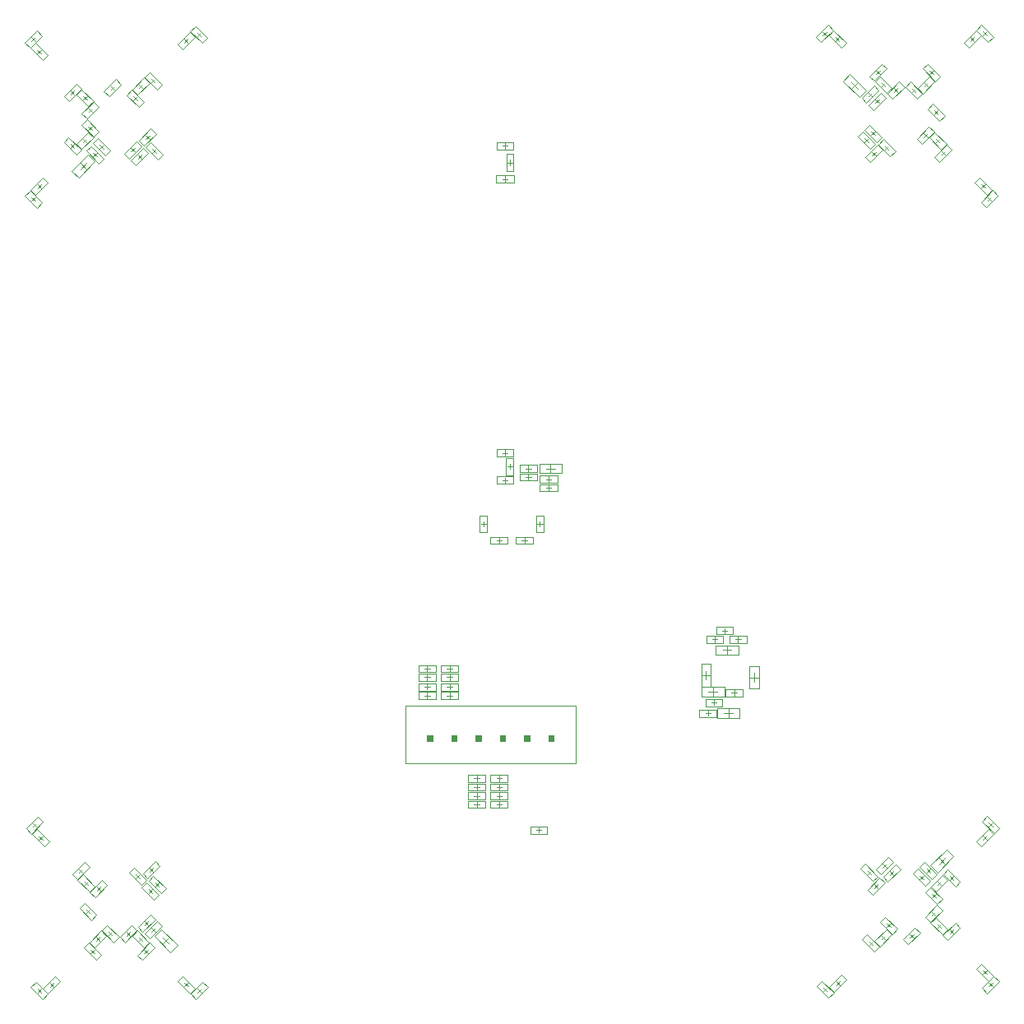
<source format=gbr>
G04*
G04 #@! TF.GenerationSoftware,Altium Limited,Altium Designer,25.0.2 (28)*
G04*
G04 Layer_Color=32768*
%FSLAX24Y24*%
%MOIN*%
G70*
G04*
G04 #@! TF.SameCoordinates,4B7BC283-7035-4C9F-97D5-5998C8FB6373*
G04*
G04*
G04 #@! TF.FilePolarity,Positive*
G04*
G01*
G75*
%ADD11C,0.0039*%
%ADD111C,0.0020*%
G36*
X36157Y30295D02*
X35906D01*
Y30043D01*
X36157D01*
Y30295D01*
D01*
D02*
G37*
G36*
X37142D02*
X36890D01*
Y30043D01*
X37142D01*
Y30295D01*
D01*
D02*
G37*
G36*
X38126D02*
X37874D01*
Y30043D01*
X38126D01*
Y30295D01*
D01*
D02*
G37*
G36*
X39110D02*
X38858D01*
Y30043D01*
X39110D01*
Y30295D01*
D01*
D02*
G37*
G36*
X40095D02*
X39843D01*
Y30043D01*
X40095D01*
Y30295D01*
D01*
D02*
G37*
G36*
X41913Y29165D02*
X41914Y29175D01*
X41927Y29189D01*
X41947Y29188D01*
X41960Y29175D01*
X41961Y29165D01*
X41961Y29165D01*
X41960Y29156D01*
X41947Y29142D01*
X41927Y29142D01*
X41914Y29156D01*
X41913Y29165D01*
Y29165D01*
X41913D01*
D02*
G37*
G36*
X41079Y30295D02*
X40827D01*
Y30043D01*
X41079D01*
Y30295D01*
D01*
D02*
G37*
D11*
X38722Y40497D02*
X39411D01*
X38722Y40792D02*
X39411D01*
Y40497D02*
Y40792D01*
X38722Y40497D02*
Y40792D01*
X38959Y40645D02*
X39175D01*
X39067Y40536D02*
Y40753D01*
X38722Y41599D02*
X39411D01*
X38722Y41895D02*
X39411D01*
Y41599D02*
Y41895D01*
X38722Y41599D02*
Y41895D01*
X38959Y41747D02*
X39175D01*
X39067Y41639D02*
Y41855D01*
X24231Y54403D02*
X24718Y54890D01*
X24440Y54194D02*
X24927Y54682D01*
X24231Y54403D02*
X24440Y54194D01*
X24718Y54890D02*
X24927Y54682D01*
X24502Y54466D02*
X24655Y54619D01*
X24502D02*
X24655Y54466D01*
X38348Y38529D02*
Y39218D01*
X38053Y38529D02*
Y39218D01*
X38348D01*
X38053Y38529D02*
X38348D01*
X38201Y38765D02*
Y38981D01*
X38093Y38873D02*
X38309D01*
X23837Y24721D02*
X24324Y24234D01*
X24046Y24930D02*
X24533Y24443D01*
X24324Y24234D02*
X24533Y24443D01*
X23837Y24721D02*
X24046Y24930D01*
X24108Y24658D02*
X24262Y24505D01*
X24108Y24505D02*
X24262Y24658D01*
X38486Y38056D02*
X39175D01*
X38486Y38351D02*
X39175D01*
Y38056D02*
Y38351D01*
X38486Y38056D02*
Y38351D01*
X38722Y38204D02*
X38939D01*
X38831Y38096D02*
Y38312D01*
X53967Y23840D02*
X54454Y24327D01*
X53758Y24049D02*
X54245Y24536D01*
X54454Y24327D01*
X53758Y24049D02*
X53967Y23840D01*
X54030Y24112D02*
X54183Y24265D01*
X54030D02*
X54183Y24112D01*
X39510Y38351D02*
X40199D01*
X39510Y38056D02*
X40199D01*
X39510D02*
Y38351D01*
X40199Y38056D02*
Y38351D01*
X39746Y38204D02*
X39963D01*
X39854Y38096D02*
Y38312D01*
X54400Y54457D02*
X54887Y53970D01*
X54191Y54249D02*
X54679Y53761D01*
X54191Y54249D02*
X54400Y54457D01*
X54679Y53761D02*
X54887Y53970D01*
X54463Y54186D02*
X54616Y54033D01*
X54463Y54033D02*
X54616Y54186D01*
X40632Y38529D02*
Y39218D01*
X40337Y38529D02*
Y39218D01*
X40632D01*
X40337Y38529D02*
X40632D01*
X40484Y38765D02*
Y38981D01*
X40376Y38873D02*
X40593D01*
X23026Y56193D02*
X23513Y56680D01*
X22817Y56402D02*
X23305Y56889D01*
X23513Y56680D01*
X22817Y56402D02*
X23026Y56193D01*
X23089Y56464D02*
X23242Y56617D01*
X23089D02*
X23242Y56464D01*
X22029Y23513D02*
X22516Y23026D01*
X21820Y23305D02*
X22307Y22817D01*
X21820Y23305D02*
X22029Y23513D01*
X22307Y22817D02*
X22516Y23026D01*
X22091Y23242D02*
X22244Y23089D01*
X22091Y23089D02*
X22244Y23242D01*
X55195Y22029D02*
X55682Y22516D01*
X55404Y21820D02*
X55891Y22307D01*
X55195Y22029D02*
X55404Y21820D01*
X55682Y22516D02*
X55891Y22307D01*
X55467Y22091D02*
X55620Y22244D01*
X55467D02*
X55620Y22091D01*
X56193Y55682D02*
X56680Y55195D01*
X56402Y55891D02*
X56889Y55404D01*
X56680Y55195D02*
X56889Y55404D01*
X56193Y55682D02*
X56402Y55891D01*
X56464Y55620D02*
X56617Y55467D01*
X56464Y55467D02*
X56617Y55620D01*
X23948Y56460D02*
X24436Y55972D01*
X23740Y56251D02*
X24227Y55764D01*
X23740Y56251D02*
X23948Y56460D01*
X24227Y55764D02*
X24436Y55972D01*
X24011Y56188D02*
X24164Y56035D01*
X24011Y56035D02*
X24164Y56188D01*
X22127Y55288D02*
X22614Y55775D01*
X21918Y55497D02*
X22405Y55984D01*
X22614Y55775D01*
X21918Y55497D02*
X22127Y55288D01*
X22189Y55560D02*
X22342Y55713D01*
X22189D02*
X22342Y55560D01*
X21915Y55045D02*
X22402Y54558D01*
X22124Y55254D02*
X22611Y54767D01*
X22402Y54558D02*
X22611Y54767D01*
X21915Y55045D02*
X22124Y55254D01*
X22186Y54983D02*
X22340Y54829D01*
X22186Y54830D02*
X22340Y54983D01*
X22249Y23948D02*
X22736Y24436D01*
X22458Y23740D02*
X22945Y24227D01*
X22249Y23948D02*
X22458Y23740D01*
X22736Y24436D02*
X22945Y24227D01*
X22521Y24011D02*
X22674Y24164D01*
X22521D02*
X22674Y24011D01*
X22933Y22614D02*
X23421Y22127D01*
X22725Y22405D02*
X23212Y21918D01*
X22725Y22405D02*
X22933Y22614D01*
X23212Y21918D02*
X23421Y22127D01*
X22996Y22342D02*
X23149Y22189D01*
X22996Y22189D02*
X23149Y22342D01*
X23663Y21915D02*
X24151Y22402D01*
X23455Y22124D02*
X23942Y22611D01*
X24151Y22402D01*
X23455Y22124D02*
X23663Y21915D01*
X23726Y22186D02*
X23879Y22340D01*
X23726D02*
X23879Y22186D01*
X54273Y22736D02*
X54760Y22249D01*
X54482Y22945D02*
X54969Y22458D01*
X54760Y22249D02*
X54969Y22458D01*
X54273Y22736D02*
X54482Y22945D01*
X54544Y22674D02*
X54698Y22521D01*
X54544Y22521D02*
X54698Y22674D01*
X56095Y22933D02*
X56582Y23421D01*
X56304Y22725D02*
X56791Y23212D01*
X56095Y22933D02*
X56304Y22725D01*
X56582Y23421D02*
X56791Y23212D01*
X56366Y22996D02*
X56519Y23149D01*
X56366D02*
X56519Y22996D01*
X56306Y24151D02*
X56794Y23663D01*
X56098Y23942D02*
X56585Y23455D01*
X56098Y23942D02*
X56306Y24151D01*
X56585Y23455D02*
X56794Y23663D01*
X56369Y23879D02*
X56522Y23726D01*
X56369Y23726D02*
X56522Y23879D01*
X55972Y54273D02*
X56460Y54760D01*
X55764Y54482D02*
X56251Y54969D01*
X56460Y54760D01*
X55764Y54482D02*
X55972Y54273D01*
X56035Y54544D02*
X56188Y54698D01*
X56035D02*
X56188Y54544D01*
X55288Y56582D02*
X55775Y56095D01*
X55497Y56791D02*
X55984Y56304D01*
X55775Y56095D02*
X55984Y56304D01*
X55288Y56582D02*
X55497Y56791D01*
X55560Y56519D02*
X55713Y56366D01*
X55560Y56366D02*
X55713Y56519D01*
X54558Y56306D02*
X55045Y56794D01*
X54767Y56098D02*
X55254Y56585D01*
X54558Y56306D02*
X54767Y56098D01*
X55045Y56794D02*
X55254Y56585D01*
X54829Y56369D02*
X54983Y56522D01*
X54830D02*
X54983Y56369D01*
X38713Y52712D02*
Y52987D01*
X39421Y52712D02*
Y52987D01*
X38713D02*
X39421D01*
X38713Y52712D02*
X39421D01*
X38959Y52849D02*
X39175D01*
X39067Y52741D02*
Y52958D01*
Y54080D02*
Y54296D01*
X38959Y54188D02*
X39175D01*
X39411Y54040D02*
Y54336D01*
X38722Y54040D02*
Y54336D01*
Y54040D02*
X39411D01*
X38722Y54336D02*
X39411D01*
X35917Y31804D02*
Y32021D01*
X35809Y31912D02*
X36026D01*
X35573Y31765D02*
Y32060D01*
X36262Y31765D02*
Y32060D01*
X35573Y31765D02*
X36262D01*
X35573Y32060D02*
X36262D01*
X36823Y31804D02*
Y32021D01*
X36715Y31912D02*
X36931D01*
X37167Y31765D02*
Y32060D01*
X36478Y31765D02*
Y32060D01*
X37167D01*
X36478Y31765D02*
X37167D01*
X37925Y28450D02*
Y28666D01*
X37817Y28558D02*
X38033D01*
X37581Y28410D02*
Y28706D01*
X38270Y28410D02*
Y28706D01*
X37581Y28410D02*
X38270D01*
X37581Y28706D02*
X38270D01*
X38831Y28450D02*
Y28666D01*
X38722Y28558D02*
X38939D01*
X39175Y28410D02*
Y28706D01*
X38486Y28410D02*
Y28706D01*
X39175D01*
X38486Y28410D02*
X39175D01*
X26590Y58628D02*
X26743Y58781D01*
X26590Y58781D02*
X26743Y58628D01*
X26319Y58844D02*
X26528Y59053D01*
X26806Y58357D02*
X27015Y58565D01*
X26528Y59053D02*
X27015Y58565D01*
X26319Y58844D02*
X26806Y58357D01*
X19886Y58587D02*
X20039Y58434D01*
X19886D02*
X20039Y58587D01*
X19614Y58371D02*
X19823Y58163D01*
X20101Y58858D02*
X20310Y58650D01*
X19614Y58371D02*
X20101Y58858D01*
X19823Y58163D02*
X20310Y58650D01*
X19883Y51955D02*
X20036Y52108D01*
X19883Y52108D02*
X20036Y51955D01*
X19611Y52171D02*
X19820Y52380D01*
X20099Y51684D02*
X20307Y51892D01*
X19820Y52380D02*
X20307Y51892D01*
X19611Y52171D02*
X20099Y51684D01*
X19928Y26743D02*
X20081Y26590D01*
X19928D02*
X20081Y26743D01*
X19656Y26528D02*
X19865Y26319D01*
X20143Y27015D02*
X20352Y26806D01*
X19656Y26528D02*
X20143Y27015D01*
X19865Y26319D02*
X20352Y26806D01*
X20122Y19886D02*
X20275Y20039D01*
X20122Y20039D02*
X20275Y19886D01*
X20337Y19614D02*
X20546Y19823D01*
X19850Y20101D02*
X20059Y20310D01*
X19850Y20101D02*
X20337Y19614D01*
X20059Y20310D02*
X20546Y19823D01*
X26600Y20036D02*
X26754Y19883D01*
X26600D02*
X26754Y20036D01*
X26329Y19820D02*
X26538Y19611D01*
X26816Y20307D02*
X27025Y20099D01*
X26329Y19820D02*
X26816Y20307D01*
X26538Y19611D02*
X27025Y20099D01*
X51965Y19928D02*
X52118Y20081D01*
X51965Y20081D02*
X52118Y19928D01*
X52181Y19656D02*
X52390Y19865D01*
X51694Y20143D02*
X51903Y20352D01*
X51694Y20143D02*
X52181Y19656D01*
X51903Y20352D02*
X52390Y19865D01*
X58670Y20275D02*
X58823Y20122D01*
X58670D02*
X58823Y20275D01*
X58886Y20546D02*
X59095Y20337D01*
X58399Y20059D02*
X58607Y19850D01*
X59095Y20337D01*
X58399Y20059D02*
X58886Y20546D01*
X58673Y26600D02*
X58826Y26754D01*
X58673Y26754D02*
X58826Y26600D01*
X58889Y26329D02*
X59097Y26538D01*
X58401Y26816D02*
X58610Y27025D01*
X58401Y26816D02*
X58889Y26329D01*
X58610Y27025D02*
X59097Y26538D01*
X58628Y52118D02*
X58781Y51965D01*
X58628D02*
X58781Y52118D01*
X58844Y52390D02*
X59053Y52181D01*
X58357Y51903D02*
X58565Y51694D01*
X59053Y52181D01*
X58357Y51903D02*
X58844Y52390D01*
X58434Y58670D02*
X58587Y58823D01*
X58434Y58823D02*
X58587Y58670D01*
X58163Y58886D02*
X58371Y59095D01*
X58650Y58399D02*
X58858Y58607D01*
X58371Y59095D02*
X58858Y58607D01*
X58163Y58886D02*
X58650Y58399D01*
X51948Y58819D02*
X52101Y58666D01*
X51948D02*
X52101Y58819D01*
X52164Y59090D02*
X52373Y58882D01*
X51677Y58603D02*
X51886Y58394D01*
X52373Y58882D01*
X51677Y58603D02*
X52164Y59090D01*
X23640Y53877D02*
X24141Y54379D01*
X23835Y53683D02*
X24336Y54184D01*
X24141Y54379D02*
X24336Y54184D01*
X23640Y53877D02*
X23835Y53683D01*
X23912Y53954D02*
X24065Y54107D01*
X23912D02*
X24065Y53954D01*
X22380Y54302D02*
X22881Y53801D01*
X22575Y54497D02*
X23076Y53996D01*
X22380Y54302D02*
X22575Y54497D01*
X22881Y53801D02*
X23076Y53996D01*
X22652Y54225D02*
X22805Y54072D01*
X22652Y54072D02*
X22805Y54225D01*
X24349Y24144D02*
X24850Y23643D01*
X24544Y24339D02*
X25045Y23838D01*
X24349Y24144D02*
X24544Y24339D01*
X24850Y23643D02*
X25045Y23838D01*
X24620Y24068D02*
X24773Y23915D01*
X24620Y23915D02*
X24773Y24068D01*
X24386Y22344D02*
X24887Y22845D01*
X24191Y22539D02*
X24692Y23040D01*
X24191Y22539D02*
X24386Y22344D01*
X24692Y23040D02*
X24887Y22845D01*
X24463Y22615D02*
X24616Y22769D01*
X24463Y22769D02*
X24616Y22615D01*
X39657Y40625D02*
X40366D01*
X39657Y40901D02*
X40366D01*
X39657Y40625D02*
Y40901D01*
X40366Y40625D02*
Y40901D01*
X39904Y40763D02*
X40120D01*
X40012Y40655D02*
Y40871D01*
X40484Y40192D02*
X41193D01*
X40484Y40468D02*
X41193D01*
X40484Y40192D02*
Y40468D01*
X41193Y40192D02*
Y40468D01*
X40730Y40330D02*
X40947D01*
X40839Y40222D02*
Y40438D01*
X54586Y24372D02*
X55087Y24874D01*
X54391Y24567D02*
X54892Y25068D01*
X54391Y24567D02*
X54586Y24372D01*
X54892Y25068D02*
X55087Y24874D01*
X54663Y24644D02*
X54816Y24797D01*
X54663Y24797D02*
X54816Y24644D01*
X55804Y24890D02*
X56305Y24389D01*
X55609Y24696D02*
X56110Y24194D01*
X56305Y24389D01*
X55609Y24696D02*
X55804Y24890D01*
X55880Y24619D02*
X56033Y24466D01*
X55880D02*
X56033Y24619D01*
X53835Y55048D02*
X54336Y54547D01*
X53640Y54853D02*
X54141Y54352D01*
X54336Y54547D01*
X53640Y54853D02*
X53835Y55048D01*
X53912Y54776D02*
X54065Y54623D01*
X53912D02*
X54065Y54776D01*
X53798Y55846D02*
X54299Y56347D01*
X53993Y55651D02*
X54494Y56152D01*
X54299Y56347D02*
X54494Y56152D01*
X53798Y55846D02*
X53993Y55651D01*
X54069Y55923D02*
X54222Y56076D01*
X54069D02*
X54222Y55923D01*
X54106Y57246D02*
X54259Y57093D01*
X54106D02*
X54259Y57246D01*
X53834Y57016D02*
X54335Y57517D01*
X54029Y56821D02*
X54530Y57323D01*
X53834Y57016D02*
X54029Y56821D01*
X54335Y57517D02*
X54530Y57323D01*
X57855Y58174D02*
X58356Y58675D01*
X57660Y58369D02*
X58161Y58870D01*
X58356Y58675D01*
X57660Y58369D02*
X57855Y58174D01*
X57932Y58445D02*
X58085Y58598D01*
X57932D02*
X58085Y58445D01*
X56283Y57090D02*
X56437Y57243D01*
X56283D02*
X56437Y57090D01*
X56012Y57320D02*
X56513Y56819D01*
X56207Y57515D02*
X56708Y57014D01*
X56513Y56819D02*
X56708Y57014D01*
X56012Y57320D02*
X56207Y57515D01*
X56756Y53977D02*
X56909Y53824D01*
X56756D02*
X56909Y53977D01*
X56679Y53552D02*
X57180Y54053D01*
X56484Y53747D02*
X56986Y54248D01*
X57180Y54053D01*
X56484Y53747D02*
X56679Y53552D01*
X58104Y52719D02*
X58605Y52218D01*
X58299Y52914D02*
X58800Y52413D01*
X58605Y52218D02*
X58800Y52413D01*
X58104Y52719D02*
X58299Y52914D01*
X58375Y52643D02*
X58528Y52489D01*
X58375D02*
X58528Y52643D01*
X58359Y25815D02*
X58860Y26316D01*
X58164Y26010D02*
X58665Y26511D01*
X58860Y26316D01*
X58164Y26010D02*
X58359Y25815D01*
X58435Y26086D02*
X58588Y26239D01*
X58435D02*
X58588Y26086D01*
X57093Y24450D02*
X57246Y24603D01*
X57093D02*
X57246Y24450D01*
X57016Y24874D02*
X57517Y24373D01*
X56821Y24680D02*
X57323Y24178D01*
X56821Y24680D02*
X57016Y24874D01*
X57323Y24178D02*
X57517Y24373D01*
X57090Y22425D02*
X57243Y22272D01*
X57090D02*
X57243Y22425D01*
X56819Y22196D02*
X57320Y22697D01*
X57014Y22001D02*
X57515Y22502D01*
X56819Y22196D02*
X57014Y22001D01*
X57320Y22697D02*
X57515Y22502D01*
X58174Y20853D02*
X58675Y20352D01*
X58369Y21048D02*
X58870Y20547D01*
X58675Y20352D02*
X58870Y20547D01*
X58174Y20853D02*
X58369Y21048D01*
X58445Y20777D02*
X58598Y20624D01*
X58445D02*
X58598Y20777D01*
X53824Y21800D02*
X53977Y21953D01*
X53824D02*
X53977Y21800D01*
X53552Y22029D02*
X54053Y21528D01*
X53747Y22224D02*
X54248Y21723D01*
X54053Y21528D02*
X54248Y21723D01*
X53552Y22029D02*
X53747Y22224D01*
X52218Y20104D02*
X52719Y20605D01*
X52413Y19909D02*
X52914Y20410D01*
X52218Y20104D02*
X52413Y19909D01*
X52719Y20605D02*
X52914Y20410D01*
X52489Y20180D02*
X52643Y20333D01*
X52489Y20333D02*
X52643Y20180D01*
X24450Y21616D02*
X24603Y21463D01*
X24450D02*
X24603Y21616D01*
X24373Y21191D02*
X24874Y21692D01*
X24178Y21386D02*
X24680Y21887D01*
X24874Y21692D01*
X24178Y21386D02*
X24373Y21191D01*
X25815Y20350D02*
X26316Y19849D01*
X26010Y20545D02*
X26511Y20044D01*
X26316Y19849D02*
X26511Y20044D01*
X25815Y20350D02*
X26010Y20545D01*
X26086Y20273D02*
X26239Y20120D01*
X26086D02*
X26239Y20273D01*
X20352Y20034D02*
X20853Y20535D01*
X20547Y19839D02*
X21048Y20340D01*
X20352Y20034D02*
X20547Y19839D01*
X20853Y20535D02*
X21048Y20340D01*
X20624Y20110D02*
X20777Y20263D01*
X20624Y20263D02*
X20777Y20110D01*
X22272Y21465D02*
X22425Y21619D01*
X22272D02*
X22425Y21465D01*
X22196Y21890D02*
X22697Y21389D01*
X22001Y21695D02*
X22502Y21194D01*
X22001Y21695D02*
X22196Y21890D01*
X22502Y21194D02*
X22697Y21389D01*
X21800Y24885D02*
X21953Y24732D01*
X21800D02*
X21953Y24885D01*
X21528Y24655D02*
X22029Y25157D01*
X21723Y24461D02*
X22224Y24962D01*
X21528Y24655D02*
X21723Y24461D01*
X22029Y25157D02*
X22224Y24962D01*
X20104Y26491D02*
X20605Y25990D01*
X19909Y26296D02*
X20410Y25795D01*
X19909Y26296D02*
X20104Y26491D01*
X20410Y25795D02*
X20605Y25990D01*
X20180Y26219D02*
X20333Y26066D01*
X20180Y26066D02*
X20333Y26219D01*
X19849Y52393D02*
X20350Y52894D01*
X20044Y52198D02*
X20545Y52699D01*
X19849Y52393D02*
X20044Y52198D01*
X20350Y52894D02*
X20545Y52699D01*
X20120Y52469D02*
X20273Y52622D01*
X20120Y52622D02*
X20273Y52469D01*
X21463Y54106D02*
X21616Y54259D01*
X21463D02*
X21616Y54106D01*
X21191Y54335D02*
X21692Y53834D01*
X21386Y54530D02*
X21887Y54029D01*
X21692Y53834D02*
X21887Y54029D01*
X21191Y54335D02*
X21386Y54530D01*
X20034Y58356D02*
X20535Y57855D01*
X19839Y58161D02*
X20340Y57660D01*
X19839Y58161D02*
X20034Y58356D01*
X20340Y57660D02*
X20535Y57855D01*
X20110Y58085D02*
X20263Y57932D01*
X20110Y57932D02*
X20263Y58085D01*
X21465Y56437D02*
X21619Y56283D01*
X21465D02*
X21619Y56437D01*
X21389Y56012D02*
X21890Y56513D01*
X21194Y56207D02*
X21695Y56708D01*
X21890Y56513D01*
X21194Y56207D02*
X21389Y56012D01*
X24732Y56756D02*
X24885Y56909D01*
X24732D02*
X24885Y56756D01*
X24655Y57180D02*
X25157Y56679D01*
X24461Y56986D02*
X24962Y56484D01*
X24461Y56986D02*
X24655Y57180D01*
X24962Y56484D02*
X25157Y56679D01*
X25990Y58104D02*
X26491Y58605D01*
X25795Y58299D02*
X26296Y58800D01*
X26491Y58605D01*
X25795Y58299D02*
X25990Y58104D01*
X26066Y58375D02*
X26219Y58528D01*
X26066D02*
X26219Y58375D01*
X52386Y58870D02*
X52887Y58368D01*
X52191Y58675D02*
X52692Y58174D01*
X52191Y58675D02*
X52386Y58870D01*
X52692Y58174D02*
X52887Y58368D01*
X52463Y58598D02*
X52616Y58445D01*
X52463Y58445D02*
X52616Y58598D01*
X48585Y30999D02*
Y31393D01*
X47659Y30999D02*
Y31393D01*
X48585D01*
X47659Y30999D02*
X48585D01*
X48122Y31019D02*
Y31373D01*
X47945Y31196D02*
X48299D01*
X38831Y27387D02*
Y27603D01*
X38722Y27495D02*
X38939D01*
X39185Y27357D02*
Y27633D01*
X38476Y27357D02*
Y27633D01*
X39185D01*
X38476Y27357D02*
X39185D01*
X40740Y41117D02*
X41094D01*
X40917Y40940D02*
Y41294D01*
X40455Y40920D02*
X41380D01*
X40455Y41314D02*
X41380D01*
X40455Y40920D02*
Y41314D01*
X41380Y40920D02*
Y41314D01*
X40839Y40576D02*
Y40792D01*
X40730Y40684D02*
X40947D01*
X41193Y40546D02*
Y40822D01*
X40484Y40546D02*
Y40822D01*
X41193D01*
X40484Y40546D02*
X41193D01*
X40012Y41009D02*
Y41225D01*
X39904Y41117D02*
X40120D01*
X40366Y40979D02*
Y41255D01*
X39657Y40979D02*
Y41255D01*
X40366D01*
X39657Y40979D02*
X40366D01*
X53115Y56754D02*
X53365Y56504D01*
X53115D02*
X53365Y56754D01*
X53052Y57095D02*
X53706Y56441D01*
X52774Y56817D02*
X53428Y56163D01*
X53706Y56441D01*
X52774Y56817D02*
X53052Y57095D01*
X53794Y56351D02*
X53947Y56198D01*
X53794Y56198D02*
X53947Y56351D01*
X53522Y56122D02*
X53717Y55927D01*
X54023Y56623D02*
X54218Y56428D01*
X53717Y55927D02*
X54218Y56428D01*
X53522Y56122D02*
X54023Y56623D01*
X53636Y54348D02*
X53789Y54501D01*
X53636Y54501D02*
X53789Y54348D01*
X53365Y54577D02*
X53559Y54772D01*
X53866Y54076D02*
X54061Y54271D01*
X53365Y54577D02*
X53866Y54076D01*
X53559Y54772D02*
X54061Y54271D01*
X54266Y57016D02*
X54753Y56529D01*
X54057Y56808D02*
X54544Y56320D01*
X54057Y56808D02*
X54266Y57016D01*
X54544Y56320D02*
X54753Y56529D01*
X54328Y56745D02*
X54482Y56592D01*
X54328Y56592D02*
X54482Y56745D01*
X55998Y56318D02*
X56485Y56805D01*
X55789Y56526D02*
X56276Y57014D01*
X56485Y56805D01*
X55789Y56526D02*
X55998Y56318D01*
X56061Y56589D02*
X56214Y56742D01*
X56061D02*
X56214Y56589D01*
X56262Y54540D02*
X56749Y54053D01*
X56470Y54749D02*
X56958Y54262D01*
X56749Y54053D02*
X56958Y54262D01*
X56262Y54540D02*
X56470Y54749D01*
X56533Y54478D02*
X56686Y54325D01*
X56533Y54325D02*
X56686Y54478D01*
X54053Y21960D02*
X54540Y22447D01*
X54262Y21751D02*
X54749Y22238D01*
X54053Y21960D02*
X54262Y21751D01*
X54540Y22447D02*
X54749Y22238D01*
X54325Y22022D02*
X54478Y22176D01*
X54325D02*
X54478Y22022D01*
X56318Y22711D02*
X56805Y22223D01*
X56526Y22919D02*
X57014Y22432D01*
X56805Y22223D02*
X57014Y22432D01*
X56318Y22711D02*
X56526Y22919D01*
X56589Y22648D02*
X56742Y22495D01*
X56589Y22495D02*
X56742Y22648D01*
X56529Y23956D02*
X57016Y24443D01*
X56320Y24165D02*
X56808Y24652D01*
X57016Y24443D01*
X56320Y24165D02*
X56529Y23956D01*
X56592Y24227D02*
X56745Y24380D01*
X56592D02*
X56745Y24227D01*
X54384Y25091D02*
X54537Y24938D01*
X54384D02*
X54537Y25091D01*
X54614Y25363D02*
X54809Y25168D01*
X54113Y24862D02*
X54308Y24667D01*
X54113Y24862D02*
X54614Y25363D01*
X54308Y24667D02*
X54809Y25168D01*
X56971Y25678D02*
X57250Y25400D01*
X56317Y25024D02*
X56596Y24745D01*
X56317Y25024D02*
X56971Y25678D01*
X56596Y24745D02*
X57250Y25400D01*
X56658Y25337D02*
X56909Y25086D01*
X56658D02*
X56909Y25337D01*
X22022Y24231D02*
X22176Y24384D01*
X22022Y24384D02*
X22176Y24231D01*
X22238Y23959D02*
X22447Y24168D01*
X21751Y24447D02*
X21960Y24655D01*
X21751Y24447D02*
X22238Y23959D01*
X21960Y24655D02*
X22447Y24168D01*
X22495Y22120D02*
X22648Y21967D01*
X22495D02*
X22648Y22120D01*
X22711Y22391D02*
X22919Y22182D01*
X22223Y21904D02*
X22432Y21695D01*
X22919Y22182D01*
X22223Y21904D02*
X22711Y22391D01*
X24227Y21964D02*
X24380Y22117D01*
X24227Y22117D02*
X24380Y21964D01*
X23956Y22179D02*
X24165Y22388D01*
X24443Y21692D02*
X24652Y21901D01*
X24165Y22388D02*
X24652Y21901D01*
X23956Y22179D02*
X24443Y21692D01*
X24896Y24185D02*
X25049Y24338D01*
X24896D02*
X25049Y24185D01*
X25126Y23913D02*
X25320Y24108D01*
X24624Y24414D02*
X24819Y24609D01*
X25320Y24108D01*
X24624Y24414D02*
X25126Y23913D01*
X24738Y22493D02*
X24892Y22340D01*
X24738D02*
X24892Y22493D01*
X24968Y22764D02*
X25163Y22570D01*
X24467Y22263D02*
X24662Y22068D01*
X24467Y22263D02*
X24968Y22764D01*
X24662Y22068D02*
X25163Y22570D01*
X25515Y21517D02*
X25793Y21795D01*
X24860Y22171D02*
X25139Y22450D01*
X25793Y21795D01*
X24860Y22171D02*
X25515Y21517D01*
X25201Y21858D02*
X25452Y22109D01*
X25201D02*
X25452Y21858D01*
X24187Y53832D02*
X24340Y53678D01*
X24187Y53678D02*
X24340Y53832D01*
X23916Y53602D02*
X24111Y53407D01*
X24417Y54103D02*
X24612Y53908D01*
X24111Y53407D02*
X24612Y53908D01*
X23916Y53602D02*
X24417Y54103D01*
X22376Y53757D02*
X22529Y53910D01*
X22376D02*
X22529Y53757D01*
X22606Y53486D02*
X22801Y53681D01*
X22105Y53987D02*
X22300Y54182D01*
X22801Y53681D01*
X22105Y53987D02*
X22606Y53486D01*
X21514Y53180D02*
X21792Y52902D01*
X22168Y53834D02*
X22447Y53556D01*
X21792Y52902D02*
X22447Y53556D01*
X21514Y53180D02*
X22168Y53834D01*
X21855Y53493D02*
X22106Y53243D01*
X21855D02*
X22106Y53493D01*
X24168Y56262D02*
X24655Y56749D01*
X23959Y56470D02*
X24447Y56958D01*
X24655Y56749D01*
X23959Y56470D02*
X24168Y56262D01*
X24231Y56533D02*
X24384Y56686D01*
X24231D02*
X24384Y56533D01*
X21904Y56485D02*
X22391Y55998D01*
X21695Y56276D02*
X22182Y55789D01*
X21695Y56276D02*
X21904Y56485D01*
X22182Y55789D02*
X22391Y55998D01*
X21967Y56214D02*
X22120Y56061D01*
X21967Y56061D02*
X22120Y56214D01*
X21692Y54266D02*
X22179Y54753D01*
X21901Y54057D02*
X22388Y54544D01*
X21692Y54266D02*
X21901Y54057D01*
X22179Y54753D02*
X22388Y54544D01*
X21964Y54328D02*
X22117Y54482D01*
X21964D02*
X22117Y54328D01*
X47315Y32062D02*
X47669D01*
X47492Y31885D02*
Y32239D01*
X47030Y32259D02*
X47955D01*
X47030Y31865D02*
X47955D01*
Y32259D01*
X47030Y31865D02*
Y32259D01*
X49165Y32475D02*
Y32830D01*
X48988Y32653D02*
X49343D01*
X49362Y32190D02*
Y33115D01*
X48969Y32190D02*
Y33115D01*
Y32190D02*
X49362D01*
X48969Y33115D02*
X49362D01*
X47217Y32554D02*
Y32909D01*
X47039Y32731D02*
X47394D01*
X47020Y32269D02*
Y33194D01*
X47413Y32269D02*
Y33194D01*
X47020D02*
X47413D01*
X47020Y32269D02*
X47413D01*
X47894Y33755D02*
X48248D01*
X48071Y33578D02*
Y33932D01*
X47608Y33558D02*
X48533D01*
X47608Y33952D02*
X48533D01*
X47608Y33558D02*
Y33952D01*
X48533Y33558D02*
Y33952D01*
X40437Y26357D02*
Y26574D01*
X40329Y26466D02*
X40546D01*
X40093Y26318D02*
Y26613D01*
X40782Y26318D02*
Y26613D01*
X40093D02*
X40782D01*
X40093Y26318D02*
X40782D01*
X47965Y34434D02*
Y34651D01*
X47856Y34542D02*
X48073D01*
X48309Y34395D02*
Y34690D01*
X47620Y34395D02*
Y34690D01*
X48309D01*
X47620Y34395D02*
X48309D01*
X48516Y34080D02*
Y34296D01*
X48407Y34188D02*
X48624D01*
X48171Y34040D02*
Y34336D01*
X48860Y34040D02*
Y34336D01*
X48171Y34040D02*
X48860D01*
X48171Y34336D02*
X48860D01*
X53951Y53950D02*
X54104Y53797D01*
X53951D02*
X54104Y53950D01*
X53874Y53525D02*
X54376Y54026D01*
X53680Y53720D02*
X54181Y54221D01*
X54376Y54026D01*
X53680Y53720D02*
X53874Y53525D01*
X53754Y24663D02*
X53907Y24816D01*
X53754D02*
X53907Y24663D01*
X53483Y24892D02*
X53984Y24391D01*
X53678Y25087D02*
X54179Y24586D01*
X53984Y24391D02*
X54179Y24586D01*
X53483Y24892D02*
X53678Y25087D01*
X24889Y25205D02*
X25084Y25010D01*
X24388Y24704D02*
X24583Y24509D01*
X25084Y25010D01*
X24388Y24704D02*
X24889Y25205D01*
X24660Y24781D02*
X24813Y24934D01*
X24660D02*
X24813Y24781D01*
X25007Y53643D02*
X25202Y53838D01*
X24506Y54144D02*
X24701Y54339D01*
X24506Y54144D02*
X25007Y53643D01*
X24701Y54339D02*
X25202Y53838D01*
X24778Y54068D02*
X24931Y53915D01*
X24778D02*
X24931Y54068D01*
X39156Y53519D02*
X39372D01*
X39264Y53411D02*
Y53627D01*
X39126Y53164D02*
X39402D01*
X39126Y53873D02*
X39402D01*
X39126Y53164D02*
Y53873D01*
X39402Y53164D02*
Y53873D01*
X47531Y31521D02*
Y31737D01*
X47423Y31629D02*
X47640D01*
X47187Y31481D02*
Y31777D01*
X47876Y31481D02*
Y31777D01*
X47187Y31481D02*
X47876D01*
X47187Y31777D02*
X47876D01*
X47571Y34080D02*
Y34296D01*
X47463Y34188D02*
X47679D01*
X47915Y34040D02*
Y34336D01*
X47226Y34040D02*
Y34336D01*
X47915D01*
X47226Y34040D02*
X47915D01*
X48358Y31914D02*
Y32131D01*
X48250Y32023D02*
X48467D01*
X48014Y31875D02*
Y32170D01*
X48703Y31875D02*
Y32170D01*
X48014Y31875D02*
X48703D01*
X48014Y32170D02*
X48703D01*
X38831Y28096D02*
Y28312D01*
X38722Y28204D02*
X38939D01*
X38486Y28056D02*
Y28351D01*
X39175Y28056D02*
Y28351D01*
X38486Y28056D02*
X39175D01*
X38486Y28351D02*
X39175D01*
X37925Y28096D02*
Y28312D01*
X37817Y28204D02*
X38033D01*
X38270Y28056D02*
Y28351D01*
X37581Y28056D02*
Y28351D01*
X38270D01*
X37581Y28056D02*
X38270D01*
X36823Y32159D02*
Y32375D01*
X36715Y32267D02*
X36931D01*
X36478Y32119D02*
Y32414D01*
X37167Y32119D02*
Y32414D01*
X36478Y32119D02*
X37167D01*
X36478Y32414D02*
X37167D01*
X35917Y32159D02*
Y32375D01*
X35809Y32267D02*
X36026D01*
X36262Y32119D02*
Y32414D01*
X35573Y32119D02*
Y32414D01*
X36262D01*
X35573Y32119D02*
X36262D01*
X56156Y24741D02*
X56309Y24895D01*
X56156Y24895D02*
X56309Y24741D01*
X55884Y24971D02*
X56079Y25166D01*
X56385Y24470D02*
X56580Y24665D01*
X55884Y24971D02*
X56385Y24470D01*
X56079Y25166D02*
X56580Y24665D01*
X35917Y32907D02*
Y33123D01*
X35809Y33015D02*
X36026D01*
X35563Y32877D02*
Y33153D01*
X36272Y32877D02*
Y33153D01*
X35563Y32877D02*
X36272D01*
X35563Y33153D02*
X36272D01*
X36823Y32907D02*
Y33123D01*
X36715Y33015D02*
X36931D01*
X37177Y32877D02*
Y33153D01*
X36469Y32877D02*
Y33153D01*
X37177D01*
X36469Y32877D02*
X37177D01*
X37925Y27387D02*
Y27603D01*
X37817Y27495D02*
X38033D01*
X37571Y27357D02*
Y27633D01*
X38280Y27357D02*
Y27633D01*
X37571Y27357D02*
X38280D01*
X37571Y27633D02*
X38280D01*
X38486Y27702D02*
X39175D01*
X38486Y27997D02*
X39175D01*
X38486Y27702D02*
Y27997D01*
X39175Y27702D02*
Y27997D01*
X38722Y27849D02*
X38939D01*
X38831Y27741D02*
Y27958D01*
X37581Y27997D02*
X38270D01*
X37581Y27702D02*
X38270D01*
Y27997D01*
X37581Y27702D02*
Y27997D01*
X37817Y27849D02*
X38033D01*
X37925Y27741D02*
Y27958D01*
X36478Y32513D02*
X37167D01*
X36478Y32808D02*
X37167D01*
X36478Y32513D02*
Y32808D01*
X37167Y32513D02*
Y32808D01*
X36715Y32661D02*
X36931D01*
X36823Y32552D02*
Y32769D01*
X35573Y32808D02*
X36262D01*
X35573Y32513D02*
X36262D01*
Y32808D01*
X35573Y32513D02*
Y32808D01*
X35809Y32661D02*
X36026D01*
X35917Y32552D02*
Y32769D01*
X39156Y41196D02*
X39372D01*
X39264Y41088D02*
Y41304D01*
X39116Y41540D02*
X39411D01*
X39116Y40851D02*
X39411D01*
Y41540D01*
X39116Y40851D02*
Y41540D01*
X47295Y31088D02*
Y31304D01*
X47187Y31196D02*
X47404D01*
X47640Y31048D02*
Y31344D01*
X46951Y31048D02*
Y31344D01*
X47640D01*
X46951Y31048D02*
X47640D01*
D111*
X35047Y29165D02*
X41937D01*
X35047D02*
Y31488D01*
X41937D01*
Y29165D02*
Y31488D01*
M02*

</source>
